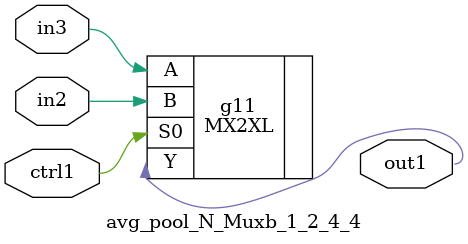
<source format=v>
`timescale 1ps / 1ps


module avg_pool_N_Muxb_1_2_4_4(in3, in2, ctrl1, out1);
  input in3, in2, ctrl1;
  output out1;
  wire in3, in2, ctrl1;
  wire out1;
  MX2XL g11(.A (in3), .B (in2), .S0 (ctrl1), .Y (out1));
endmodule


</source>
